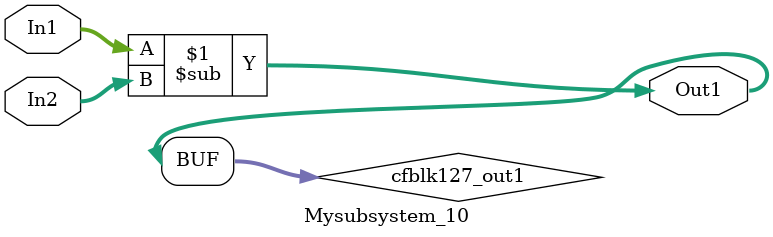
<source format=v>



`timescale 1 ns / 1 ns

module Mysubsystem_10
          (In1,
           In2,
           Out1);


  input   [7:0] In1;  // uint8
  input   [7:0] In2;  // uint8
  output  [7:0] Out1;  // uint8


  wire [7:0] cfblk127_out1;  // uint8


  assign cfblk127_out1 = In1 - In2;



  assign Out1 = cfblk127_out1;

endmodule  // Mysubsystem_10


</source>
